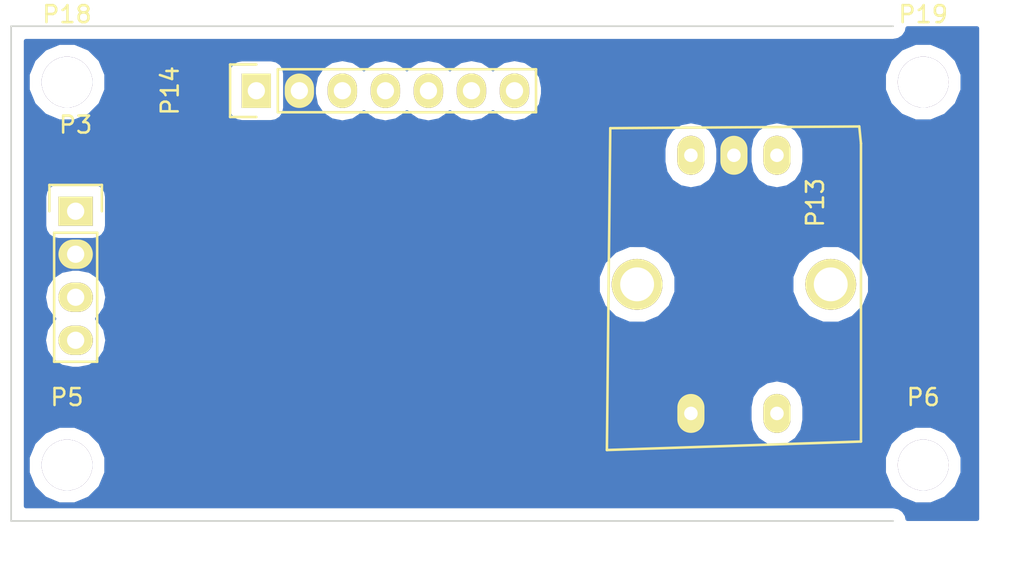
<source format=kicad_pcb>
(kicad_pcb (version 4) (host pcbnew 4.0.2-1.fc23-product)

  (general
    (links 9)
    (no_connects 6)
    (area 47.701999 42.621999 213.410001 158.546001)
    (thickness 1.6)
    (drawings 3)
    (tracks 0)
    (zones 0)
    (modules 7)
    (nets 12)
  )

  (page A4)
  (title_block
    (title "reflow control")
    (date 2016-10-01)
    (rev 5)
    (company "hexo, base48")
  )

  (layers
    (0 F.Cu signal)
    (31 B.Cu signal)
    (32 B.Adhes user)
    (33 F.Adhes user)
    (34 B.Paste user)
    (35 F.Paste user)
    (36 B.SilkS user)
    (37 F.SilkS user)
    (38 B.Mask user)
    (39 F.Mask user)
    (40 Dwgs.User user)
    (41 Cmts.User user)
    (42 Eco1.User user)
    (43 Eco2.User user)
    (44 Edge.Cuts user)
    (45 Margin user)
    (46 B.CrtYd user)
    (47 F.CrtYd user)
    (48 B.Fab user)
    (49 F.Fab user)
  )

  (setup
    (last_trace_width 0.7)
    (trace_clearance 0.2)
    (zone_clearance 0.7)
    (zone_45_only no)
    (trace_min 0.2)
    (segment_width 0.2)
    (edge_width 0.1)
    (via_size 0.6)
    (via_drill 0.4)
    (via_min_size 0.4)
    (via_min_drill 0.3)
    (uvia_size 0.3)
    (uvia_drill 0.1)
    (uvias_allowed no)
    (uvia_min_size 0.2)
    (uvia_min_drill 0.1)
    (pcb_text_width 0.3)
    (pcb_text_size 1.5 1.5)
    (mod_edge_width 0.15)
    (mod_text_size 1 1)
    (mod_text_width 0.15)
    (pad_size 3 3)
    (pad_drill 2)
    (pad_to_mask_clearance 0)
    (aux_axis_origin 0 0)
    (visible_elements FFFFFF7F)
    (pcbplotparams
      (layerselection 0x00030_80000001)
      (usegerberextensions false)
      (excludeedgelayer true)
      (linewidth 0.100000)
      (plotframeref false)
      (viasonmask false)
      (mode 1)
      (useauxorigin false)
      (hpglpennumber 1)
      (hpglpenspeed 20)
      (hpglpendiameter 15)
      (hpglpenoverlay 2)
      (psnegative false)
      (psa4output false)
      (plotreference true)
      (plotvalue true)
      (plotinvisibletext false)
      (padsonsilk false)
      (subtractmaskfromsilk false)
      (outputformat 1)
      (mirror false)
      (drillshape 1)
      (scaleselection 1)
      (outputdirectory ""))
  )

  (net 0 "")
  (net 1 "Net-(P5-Pad1)")
  (net 2 "Net-(P6-Pad1)")
  (net 3 "Net-(P13-Pad1)")
  (net 4 "Net-(P13-Pad2)")
  (net 5 "Net-(P14-Pad1)")
  (net 6 "Net-(P14-Pad3)")
  (net 7 "Net-(P14-Pad4)")
  (net 8 "Net-(P13-Pad3)")
  (net 9 "Net-(P13-Pad5)")
  (net 10 "Net-(P18-Pad1)")
  (net 11 "Net-(P19-Pad1)")

  (net_class Default "This is the default net class."
    (clearance 0.2)
    (trace_width 0.7)
    (via_dia 0.6)
    (via_drill 0.4)
    (uvia_dia 0.3)
    (uvia_drill 0.1)
    (add_net "Net-(P13-Pad1)")
    (add_net "Net-(P13-Pad2)")
    (add_net "Net-(P13-Pad3)")
    (add_net "Net-(P13-Pad5)")
    (add_net "Net-(P14-Pad1)")
    (add_net "Net-(P14-Pad3)")
    (add_net "Net-(P14-Pad4)")
    (add_net "Net-(P18-Pad1)")
    (add_net "Net-(P19-Pad1)")
    (add_net "Net-(P5-Pad1)")
    (add_net "Net-(P6-Pad1)")
  )

  (net_class power ""
    (clearance 0.2)
    (trace_width 2)
    (via_dia 0.6)
    (via_drill 0.4)
    (uvia_dia 0.3)
    (uvia_drill 0.1)
  )

  (module Pin_Headers:Pin_Header_Straight_1x07 (layer F.Cu) (tedit 0) (tstamp 57F0209E)
    (at 175.768 52.578 90)
    (descr "Through hole pin header")
    (tags "pin header")
    (path /57F0EBF8)
    (fp_text reference P14 (at 0 -5.1 90) (layer F.SilkS)
      (effects (font (size 1 1) (thickness 0.15)))
    )
    (fp_text value CONN_01X07 (at 0 -3.1 90) (layer F.Fab)
      (effects (font (size 1 1) (thickness 0.15)))
    )
    (fp_line (start -1.75 -1.75) (end -1.75 17) (layer F.CrtYd) (width 0.05))
    (fp_line (start 1.75 -1.75) (end 1.75 17) (layer F.CrtYd) (width 0.05))
    (fp_line (start -1.75 -1.75) (end 1.75 -1.75) (layer F.CrtYd) (width 0.05))
    (fp_line (start -1.75 17) (end 1.75 17) (layer F.CrtYd) (width 0.05))
    (fp_line (start 1.27 1.27) (end 1.27 16.51) (layer F.SilkS) (width 0.15))
    (fp_line (start 1.27 16.51) (end -1.27 16.51) (layer F.SilkS) (width 0.15))
    (fp_line (start -1.27 16.51) (end -1.27 1.27) (layer F.SilkS) (width 0.15))
    (fp_line (start 1.55 -1.55) (end 1.55 0) (layer F.SilkS) (width 0.15))
    (fp_line (start 1.27 1.27) (end -1.27 1.27) (layer F.SilkS) (width 0.15))
    (fp_line (start -1.55 0) (end -1.55 -1.55) (layer F.SilkS) (width 0.15))
    (fp_line (start -1.55 -1.55) (end 1.55 -1.55) (layer F.SilkS) (width 0.15))
    (pad 1 thru_hole rect (at 0 0 90) (size 2.032 1.7272) (drill 1.016) (layers *.Cu *.Mask F.SilkS)
      (net 5 "Net-(P14-Pad1)"))
    (pad 2 thru_hole oval (at 0 2.54 90) (size 2.032 1.7272) (drill 1.016) (layers *.Cu *.Mask F.SilkS)
      (net 4 "Net-(P13-Pad2)"))
    (pad 3 thru_hole oval (at 0 5.08 90) (size 2.032 1.7272) (drill 1.016) (layers *.Cu *.Mask F.SilkS)
      (net 6 "Net-(P14-Pad3)"))
    (pad 4 thru_hole oval (at 0 7.62 90) (size 2.032 1.7272) (drill 1.016) (layers *.Cu *.Mask F.SilkS)
      (net 7 "Net-(P14-Pad4)"))
    (pad 5 thru_hole oval (at 0 10.16 90) (size 2.032 1.7272) (drill 1.016) (layers *.Cu *.Mask F.SilkS)
      (net 3 "Net-(P13-Pad1)"))
    (pad 6 thru_hole oval (at 0 12.7 90) (size 2.032 1.7272) (drill 1.016) (layers *.Cu *.Mask F.SilkS)
      (net 8 "Net-(P13-Pad3)"))
    (pad 7 thru_hole oval (at 0 15.24 90) (size 2.032 1.7272) (drill 1.016) (layers *.Cu *.Mask F.SilkS)
      (net 9 "Net-(P13-Pad5)"))
    (model Pin_Headers.3dshapes/Pin_Header_Straight_1x07.wrl
      (at (xyz 0 -0.3 0))
      (scale (xyz 1 1 1))
      (rotate (xyz 0 0 90))
    )
  )

  (module Pin_Headers:Pin_Header_Straight_1x04 (layer F.Cu) (tedit 0) (tstamp 57F02BD1)
    (at 165.1 59.69)
    (descr "Through hole pin header")
    (tags "pin header")
    (path /57F0E38B)
    (fp_text reference P3 (at 0 -5.1) (layer F.SilkS)
      (effects (font (size 1 1) (thickness 0.15)))
    )
    (fp_text value I2C_OLED (at 0 -3.1) (layer F.Fab)
      (effects (font (size 1 1) (thickness 0.15)))
    )
    (fp_line (start -1.75 -1.75) (end -1.75 9.4) (layer F.CrtYd) (width 0.05))
    (fp_line (start 1.75 -1.75) (end 1.75 9.4) (layer F.CrtYd) (width 0.05))
    (fp_line (start -1.75 -1.75) (end 1.75 -1.75) (layer F.CrtYd) (width 0.05))
    (fp_line (start -1.75 9.4) (end 1.75 9.4) (layer F.CrtYd) (width 0.05))
    (fp_line (start -1.27 1.27) (end -1.27 8.89) (layer F.SilkS) (width 0.15))
    (fp_line (start 1.27 1.27) (end 1.27 8.89) (layer F.SilkS) (width 0.15))
    (fp_line (start 1.55 -1.55) (end 1.55 0) (layer F.SilkS) (width 0.15))
    (fp_line (start -1.27 8.89) (end 1.27 8.89) (layer F.SilkS) (width 0.15))
    (fp_line (start 1.27 1.27) (end -1.27 1.27) (layer F.SilkS) (width 0.15))
    (fp_line (start -1.55 0) (end -1.55 -1.55) (layer F.SilkS) (width 0.15))
    (fp_line (start -1.55 -1.55) (end 1.55 -1.55) (layer F.SilkS) (width 0.15))
    (pad 1 thru_hole rect (at 0 0) (size 2.032 1.7272) (drill 1.016) (layers *.Cu *.Mask F.SilkS)
      (net 5 "Net-(P14-Pad1)"))
    (pad 2 thru_hole oval (at 0 2.54) (size 2.032 1.7272) (drill 1.016) (layers *.Cu *.Mask F.SilkS)
      (net 4 "Net-(P13-Pad2)"))
    (pad 3 thru_hole oval (at 0 5.08) (size 2.032 1.7272) (drill 1.016) (layers *.Cu *.Mask F.SilkS)
      (net 6 "Net-(P14-Pad3)"))
    (pad 4 thru_hole oval (at 0 7.62) (size 2.032 1.7272) (drill 1.016) (layers *.Cu *.Mask F.SilkS)
      (net 7 "Net-(P14-Pad4)"))
    (model Pin_Headers.3dshapes/Pin_Header_Straight_1x04.wrl
      (at (xyz 0 -0.15 0))
      (scale (xyz 1 1 1))
      (rotate (xyz 0 0 90))
    )
  )

  (module libs:ROT_ENC_DIP-6_W15.24mm_LongPads (layer F.Cu) (tedit 57F02EB1) (tstamp 57F02BD8)
    (at 203.962 56.388 270)
    (descr "24-lead dip package, row spacing 15.24 mm (600 mils), longer pads")
    (tags "dil dip 2.54 600")
    (path /57F0D85F)
    (fp_text reference P13 (at 2.8 -4.8 270) (layer F.SilkS)
      (effects (font (size 1 1) (thickness 0.15)))
    )
    (fp_text value ROT_ENC (at 6.3 3.7 270) (layer F.Fab)
      (effects (font (size 1 1) (thickness 0.15)))
    )
    (fp_line (start -0.7 -7.5) (end 16.9 -7.5) (layer F.SilkS) (width 0.15))
    (fp_line (start 16.9 -7.5) (end 17.4 7.5) (layer F.SilkS) (width 0.15))
    (fp_line (start 17.4 7.5) (end -1.6 7.3) (layer F.SilkS) (width 0.15))
    (fp_line (start -1.6 7.3) (end -1.7 -7.4) (layer F.SilkS) (width 0.15))
    (fp_line (start -1.7 -7.4) (end -0.7 -7.5) (layer F.SilkS) (width 0.15))
    (pad 1 thru_hole oval (at 0 -2.54 270) (size 2.3 1.6) (drill 0.8) (layers *.Cu *.Mask F.SilkS)
      (net 3 "Net-(P13-Pad1)"))
    (pad 2 thru_hole oval (at 0 0 270) (size 2.3 1.6) (drill 0.8) (layers *.Cu *.Mask F.SilkS)
      (net 4 "Net-(P13-Pad2)"))
    (pad 3 thru_hole oval (at 0 2.54 270) (size 2.3 1.6) (drill 0.8) (layers *.Cu *.Mask F.SilkS)
      (net 8 "Net-(P13-Pad3)"))
    (pad 4 thru_hole oval (at 15.24 2.54 270) (size 2.3 1.6) (drill 0.8) (layers *.Cu *.Mask F.SilkS)
      (net 4 "Net-(P13-Pad2)"))
    (pad 5 thru_hole oval (at 15.24 -2.54 270) (size 2.3 1.6) (drill 0.8) (layers *.Cu *.Mask F.SilkS)
      (net 9 "Net-(P13-Pad5)"))
    (pad "" thru_hole circle (at 7.62 -5.715 270) (size 3 3) (drill 2) (layers *.Cu *.Mask F.SilkS))
    (pad "" thru_hole circle (at 7.62 5.715 270) (size 3 3) (drill 2) (layers *.Cu *.Mask F.SilkS))
    (model Housings_DIP.3dshapes/DIP-24_W15.24mm_LongPads.wrl
      (at (xyz 0 0 0))
      (scale (xyz 1 1 1))
      (rotate (xyz 0 0 0))
    )
  )

  (module Mounting_Holes:MountingHole_3mm (layer F.Cu) (tedit 0) (tstamp 57F037B4)
    (at 164.592 74.676)
    (descr "Mounting hole, Befestigungsbohrung, 3mm, No Annular, Kein Restring,")
    (tags "Mounting hole, Befestigungsbohrung, 3mm, No Annular, Kein Restring,")
    (path /57F1EDEC)
    (fp_text reference P5 (at 0 -4.0005) (layer F.SilkS)
      (effects (font (size 1 1) (thickness 0.15)))
    )
    (fp_text value CONN_01X01 (at 1.00076 5.00126) (layer F.Fab)
      (effects (font (size 1 1) (thickness 0.15)))
    )
    (fp_circle (center 0 0) (end 3 0) (layer Cmts.User) (width 0.381))
    (pad 1 thru_hole circle (at 0 0) (size 3 3) (drill 3) (layers)
      (net 1 "Net-(P5-Pad1)"))
  )

  (module Mounting_Holes:MountingHole_3mm (layer F.Cu) (tedit 0) (tstamp 57F037B9)
    (at 215.138 74.676)
    (descr "Mounting hole, Befestigungsbohrung, 3mm, No Annular, Kein Restring,")
    (tags "Mounting hole, Befestigungsbohrung, 3mm, No Annular, Kein Restring,")
    (path /57F1EDF2)
    (fp_text reference P6 (at 0 -4.0005) (layer F.SilkS)
      (effects (font (size 1 1) (thickness 0.15)))
    )
    (fp_text value CONN_01X01 (at 1.00076 5.00126) (layer F.Fab)
      (effects (font (size 1 1) (thickness 0.15)))
    )
    (fp_circle (center 0 0) (end 3 0) (layer Cmts.User) (width 0.381))
    (pad 1 thru_hole circle (at 0 0) (size 3 3) (drill 3) (layers)
      (net 2 "Net-(P6-Pad1)"))
  )

  (module Mounting_Holes:MountingHole_3mm (layer F.Cu) (tedit 0) (tstamp 57F037BE)
    (at 164.592 52.07)
    (descr "Mounting hole, Befestigungsbohrung, 3mm, No Annular, Kein Restring,")
    (tags "Mounting hole, Befestigungsbohrung, 3mm, No Annular, Kein Restring,")
    (path /57F1EDF8)
    (fp_text reference P18 (at 0 -4.0005) (layer F.SilkS)
      (effects (font (size 1 1) (thickness 0.15)))
    )
    (fp_text value CONN_01X01 (at 1.00076 5.00126) (layer F.Fab)
      (effects (font (size 1 1) (thickness 0.15)))
    )
    (fp_circle (center 0 0) (end 3 0) (layer Cmts.User) (width 0.381))
    (pad 1 thru_hole circle (at 0 0) (size 3 3) (drill 3) (layers)
      (net 10 "Net-(P18-Pad1)"))
  )

  (module Mounting_Holes:MountingHole_3mm (layer F.Cu) (tedit 0) (tstamp 57F037C3)
    (at 215.138 52.07)
    (descr "Mounting hole, Befestigungsbohrung, 3mm, No Annular, Kein Restring,")
    (tags "Mounting hole, Befestigungsbohrung, 3mm, No Annular, Kein Restring,")
    (path /57F1EDFE)
    (fp_text reference P19 (at 0 -4.0005) (layer F.SilkS)
      (effects (font (size 1 1) (thickness 0.15)))
    )
    (fp_text value CONN_01X01 (at 1.00076 5.00126) (layer F.Fab)
      (effects (font (size 1 1) (thickness 0.15)))
    )
    (fp_circle (center 0 0) (end 3 0) (layer Cmts.User) (width 0.381))
    (pad 1 thru_hole circle (at 0 0) (size 3 3) (drill 3) (layers)
      (net 11 "Net-(P19-Pad1)"))
  )

  (gr_line (start 161.29 77.978) (end 161.29 48.768) (angle 90) (layer Edge.Cuts) (width 0.1))
  (gr_line (start 213.36 77.978) (end 161.29 77.978) (angle 90) (layer Edge.Cuts) (width 0.1))
  (gr_line (start 161.29 48.768) (end 213.36 48.768) (angle 90) (layer Edge.Cuts) (width 0.1))

  (zone (net 4) (net_name "Net-(P13-Pad2)") (layer B.Cu) (tstamp 57F0304D) (hatch edge 0.508)
    (connect_pads yes (clearance 0.7))
    (min_thickness 0.254)
    (fill yes (arc_segments 16) (thermal_gap 0.508) (thermal_bridge_width 0.508))
    (polygon
      (pts
        (xy 161.29 48.768) (xy 218.44 48.768) (xy 218.44 77.978) (xy 161.29 77.978)
      )
    )
    (filled_polygon
      (pts
        (xy 218.313 77.851) (xy 214.211738 77.851) (xy 214.170242 77.642387) (xy 213.980133 77.357867) (xy 213.695613 77.167758)
        (xy 213.36 77.101) (xy 162.167 77.101) (xy 162.167 75.136838) (xy 162.264597 75.136838) (xy 162.618115 75.992418)
        (xy 163.272139 76.647585) (xy 164.1271 77.002596) (xy 165.052838 77.003403) (xy 165.908418 76.649885) (xy 166.563585 75.995861)
        (xy 166.918596 75.1409) (xy 166.918599 75.136838) (xy 212.810597 75.136838) (xy 213.164115 75.992418) (xy 213.818139 76.647585)
        (xy 214.6731 77.002596) (xy 215.598838 77.003403) (xy 216.454418 76.649885) (xy 217.109585 75.995861) (xy 217.464596 75.1409)
        (xy 217.465403 74.215162) (xy 217.111885 73.359582) (xy 216.457861 72.704415) (xy 215.6029 72.349404) (xy 214.677162 72.348597)
        (xy 213.821582 72.702115) (xy 213.166415 73.356139) (xy 212.811404 74.2111) (xy 212.810597 75.136838) (xy 166.918599 75.136838)
        (xy 166.919403 74.215162) (xy 166.565885 73.359582) (xy 165.911861 72.704415) (xy 165.0569 72.349404) (xy 164.131162 72.348597)
        (xy 163.275582 72.702115) (xy 162.620415 73.356139) (xy 162.265404 74.2111) (xy 162.264597 75.136838) (xy 162.167 75.136838)
        (xy 162.167 71.239268) (xy 204.875 71.239268) (xy 204.875 72.016732) (xy 204.998848 72.639358) (xy 205.351537 73.167195)
        (xy 205.879374 73.519884) (xy 206.502 73.643732) (xy 207.124626 73.519884) (xy 207.652463 73.167195) (xy 208.005152 72.639358)
        (xy 208.129 72.016732) (xy 208.129 71.239268) (xy 208.005152 70.616642) (xy 207.652463 70.088805) (xy 207.124626 69.736116)
        (xy 206.502 69.612268) (xy 205.879374 69.736116) (xy 205.351537 70.088805) (xy 204.998848 70.616642) (xy 204.875 71.239268)
        (xy 162.167 71.239268) (xy 162.167 64.77) (xy 163.220893 64.77) (xy 163.349582 65.416965) (xy 163.716058 65.965435)
        (xy 163.827652 66.04) (xy 163.716058 66.114565) (xy 163.349582 66.663035) (xy 163.220893 67.31) (xy 163.349582 67.956965)
        (xy 163.716058 68.505435) (xy 164.264528 68.871911) (xy 164.911493 69.0006) (xy 165.288507 69.0006) (xy 165.935472 68.871911)
        (xy 166.483942 68.505435) (xy 166.850418 67.956965) (xy 166.979107 67.31) (xy 166.850418 66.663035) (xy 166.483942 66.114565)
        (xy 166.372348 66.04) (xy 166.483942 65.965435) (xy 166.850418 65.416965) (xy 166.979107 64.77) (xy 166.919203 64.468838)
        (xy 195.919597 64.468838) (xy 196.273115 65.324418) (xy 196.927139 65.979585) (xy 197.7821 66.334596) (xy 198.707838 66.335403)
        (xy 199.563418 65.981885) (xy 200.218585 65.327861) (xy 200.573596 64.4729) (xy 200.573599 64.468838) (xy 207.349597 64.468838)
        (xy 207.703115 65.324418) (xy 208.357139 65.979585) (xy 209.2121 66.334596) (xy 210.137838 66.335403) (xy 210.993418 65.981885)
        (xy 211.648585 65.327861) (xy 212.003596 64.4729) (xy 212.004403 63.547162) (xy 211.650885 62.691582) (xy 210.996861 62.036415)
        (xy 210.1419 61.681404) (xy 209.216162 61.680597) (xy 208.360582 62.034115) (xy 207.705415 62.688139) (xy 207.350404 63.5431)
        (xy 207.349597 64.468838) (xy 200.573599 64.468838) (xy 200.574403 63.547162) (xy 200.220885 62.691582) (xy 199.566861 62.036415)
        (xy 198.7119 61.681404) (xy 197.786162 61.680597) (xy 196.930582 62.034115) (xy 196.275415 62.688139) (xy 195.920404 63.5431)
        (xy 195.919597 64.468838) (xy 166.919203 64.468838) (xy 166.850418 64.123035) (xy 166.483942 63.574565) (xy 165.935472 63.208089)
        (xy 165.288507 63.0794) (xy 164.911493 63.0794) (xy 164.264528 63.208089) (xy 163.716058 63.574565) (xy 163.349582 64.123035)
        (xy 163.220893 64.77) (xy 162.167 64.77) (xy 162.167 58.8264) (xy 163.240799 58.8264) (xy 163.240799 60.5536)
        (xy 163.298465 60.860068) (xy 163.479587 61.141539) (xy 163.755948 61.330369) (xy 164.084 61.396801) (xy 166.116 61.396801)
        (xy 166.422468 61.339135) (xy 166.703939 61.158013) (xy 166.892769 60.881652) (xy 166.959201 60.5536) (xy 166.959201 58.8264)
        (xy 166.901535 58.519932) (xy 166.720413 58.238461) (xy 166.444052 58.049631) (xy 166.116 57.983199) (xy 164.084 57.983199)
        (xy 163.777532 58.040865) (xy 163.496061 58.221987) (xy 163.307231 58.498348) (xy 163.240799 58.8264) (xy 162.167 58.8264)
        (xy 162.167 55.999268) (xy 199.795 55.999268) (xy 199.795 56.776732) (xy 199.918848 57.399358) (xy 200.271537 57.927195)
        (xy 200.799374 58.279884) (xy 201.422 58.403732) (xy 202.044626 58.279884) (xy 202.572463 57.927195) (xy 202.925152 57.399358)
        (xy 203.049 56.776732) (xy 203.049 55.999268) (xy 204.875 55.999268) (xy 204.875 56.776732) (xy 204.998848 57.399358)
        (xy 205.351537 57.927195) (xy 205.879374 58.279884) (xy 206.502 58.403732) (xy 207.124626 58.279884) (xy 207.652463 57.927195)
        (xy 208.005152 57.399358) (xy 208.129 56.776732) (xy 208.129 55.999268) (xy 208.005152 55.376642) (xy 207.652463 54.848805)
        (xy 207.124626 54.496116) (xy 206.502 54.372268) (xy 205.879374 54.496116) (xy 205.351537 54.848805) (xy 204.998848 55.376642)
        (xy 204.875 55.999268) (xy 203.049 55.999268) (xy 202.925152 55.376642) (xy 202.572463 54.848805) (xy 202.044626 54.496116)
        (xy 201.422 54.372268) (xy 200.799374 54.496116) (xy 200.271537 54.848805) (xy 199.918848 55.376642) (xy 199.795 55.999268)
        (xy 162.167 55.999268) (xy 162.167 52.530838) (xy 162.264597 52.530838) (xy 162.618115 53.386418) (xy 163.272139 54.041585)
        (xy 164.1271 54.396596) (xy 165.052838 54.397403) (xy 165.908418 54.043885) (xy 166.563585 53.389861) (xy 166.918596 52.5349)
        (xy 166.919403 51.609162) (xy 166.899917 51.562) (xy 174.061199 51.562) (xy 174.061199 53.594) (xy 174.118865 53.900468)
        (xy 174.299987 54.181939) (xy 174.576348 54.370769) (xy 174.9044 54.437201) (xy 176.6316 54.437201) (xy 176.938068 54.379535)
        (xy 177.219539 54.198413) (xy 177.408369 53.922052) (xy 177.474801 53.594) (xy 177.474801 52.389493) (xy 179.1574 52.389493)
        (xy 179.1574 52.766507) (xy 179.286089 53.413472) (xy 179.652565 53.961942) (xy 180.201035 54.328418) (xy 180.848 54.457107)
        (xy 181.494965 54.328418) (xy 182.043435 53.961942) (xy 182.118 53.850348) (xy 182.192565 53.961942) (xy 182.741035 54.328418)
        (xy 183.388 54.457107) (xy 184.034965 54.328418) (xy 184.583435 53.961942) (xy 184.658 53.850348) (xy 184.732565 53.961942)
        (xy 185.281035 54.328418) (xy 185.928 54.457107) (xy 186.574965 54.328418) (xy 187.123435 53.961942) (xy 187.198 53.850348)
        (xy 187.272565 53.961942) (xy 187.821035 54.328418) (xy 188.468 54.457107) (xy 189.114965 54.328418) (xy 189.663435 53.961942)
        (xy 189.738 53.850348) (xy 189.812565 53.961942) (xy 190.361035 54.328418) (xy 191.008 54.457107) (xy 191.654965 54.328418)
        (xy 192.203435 53.961942) (xy 192.569911 53.413472) (xy 192.6986 52.766507) (xy 192.6986 52.530838) (xy 212.810597 52.530838)
        (xy 213.164115 53.386418) (xy 213.818139 54.041585) (xy 214.6731 54.396596) (xy 215.598838 54.397403) (xy 216.454418 54.043885)
        (xy 217.109585 53.389861) (xy 217.464596 52.5349) (xy 217.465403 51.609162) (xy 217.111885 50.753582) (xy 216.457861 50.098415)
        (xy 215.6029 49.743404) (xy 214.677162 49.742597) (xy 213.821582 50.096115) (xy 213.166415 50.750139) (xy 212.811404 51.6051)
        (xy 212.810597 52.530838) (xy 192.6986 52.530838) (xy 192.6986 52.389493) (xy 192.569911 51.742528) (xy 192.203435 51.194058)
        (xy 191.654965 50.827582) (xy 191.008 50.698893) (xy 190.361035 50.827582) (xy 189.812565 51.194058) (xy 189.738 51.305652)
        (xy 189.663435 51.194058) (xy 189.114965 50.827582) (xy 188.468 50.698893) (xy 187.821035 50.827582) (xy 187.272565 51.194058)
        (xy 187.198 51.305652) (xy 187.123435 51.194058) (xy 186.574965 50.827582) (xy 185.928 50.698893) (xy 185.281035 50.827582)
        (xy 184.732565 51.194058) (xy 184.658 51.305652) (xy 184.583435 51.194058) (xy 184.034965 50.827582) (xy 183.388 50.698893)
        (xy 182.741035 50.827582) (xy 182.192565 51.194058) (xy 182.118 51.305652) (xy 182.043435 51.194058) (xy 181.494965 50.827582)
        (xy 180.848 50.698893) (xy 180.201035 50.827582) (xy 179.652565 51.194058) (xy 179.286089 51.742528) (xy 179.1574 52.389493)
        (xy 177.474801 52.389493) (xy 177.474801 51.562) (xy 177.417135 51.255532) (xy 177.236013 50.974061) (xy 176.959652 50.785231)
        (xy 176.6316 50.718799) (xy 174.9044 50.718799) (xy 174.597932 50.776465) (xy 174.316461 50.957587) (xy 174.127631 51.233948)
        (xy 174.061199 51.562) (xy 166.899917 51.562) (xy 166.565885 50.753582) (xy 165.911861 50.098415) (xy 165.0569 49.743404)
        (xy 164.131162 49.742597) (xy 163.275582 50.096115) (xy 162.620415 50.750139) (xy 162.265404 51.6051) (xy 162.264597 52.530838)
        (xy 162.167 52.530838) (xy 162.167 49.645) (xy 213.36 49.645) (xy 213.695613 49.578242) (xy 213.980133 49.388133)
        (xy 214.170242 49.103613) (xy 214.211738 48.895) (xy 218.313 48.895)
      )
    )
  )
)

</source>
